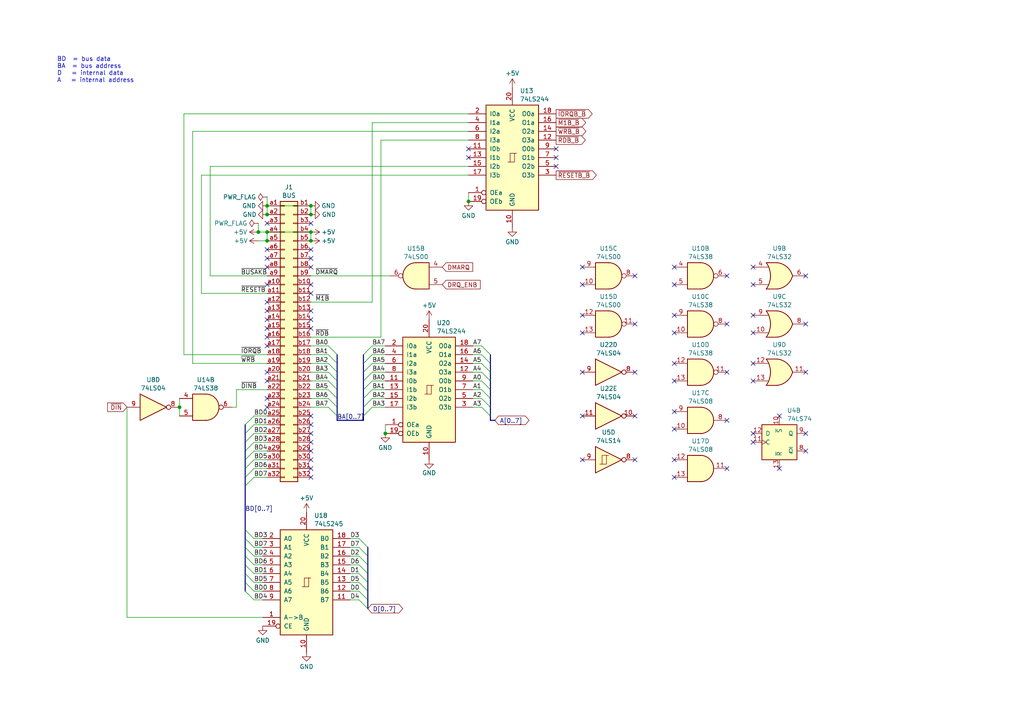
<source format=kicad_sch>
(kicad_sch (version 20230121) (generator eeschema)
  (paper "A4")
  (title_block (title "Iskra Delta Partner SASI Adapter 046 700 134") (date "2023-08-23") (rev "1") (company "Jernej Jakob <jernej.jakob@gmail.com>") (comment 1 "reverse engineered by hand"))
  (lib_symbols
    (symbol "74xx:74LS00" (pin_names (offset 1.016))
      (property "Reference" "U" (at 0 1.27 0))
      (property "Value" "74LS00" (at 0 -1.27 0))
      (symbol "74LS00_1_1"
        (pin input line (at -7.62 2.54 0) (length 3.81) (name "~") (number "1"))
        (pin input line (at -7.62 -2.54 0) (length 3.81) (name "~") (number "2"))
        (pin output inverted (at 7.62 0 180) (length 3.81) (name "~") (number "3"))
      )
      (symbol "74LS00_1_2"
        (pin input inverted (at -7.62 2.54 0) (length 4.318) (name "~") (number "1"))
        (pin input inverted (at -7.62 -2.54 0) (length 4.318) (name "~") (number "2"))
        (pin output line (at 7.62 0 180) (length 3.81) (name "~") (number "3"))
      )
      (symbol "74LS00_2_1"
        (pin input line (at -7.62 2.54 0) (length 3.81) (name "~") (number "4"))
        (pin input line (at -7.62 -2.54 0) (length 3.81) (name "~") (number "5"))
        (pin output inverted (at 7.62 0 180) (length 3.81) (name "~") (number "6"))
      )
      (symbol "74LS00_2_2"
        (pin input inverted (at -7.62 2.54 0) (length 4.318) (name "~") (number "4"))
        (pin input inverted (at -7.62 -2.54 0) (length 4.318) (name "~") (number "5"))
        (pin output line (at 7.62 0 180) (length 3.81) (name "~") (number "6"))
      )
      (symbol "74LS00_3_1"
        (pin input line (at -7.62 -2.54 0) (length 3.81) (name "~") (number "10"))
        (pin output inverted (at 7.62 0 180) (length 3.81) (name "~") (number "8"))
        (pin input line (at -7.62 2.54 0) (length 3.81) (name "~") (number "9"))
      )
      (symbol "74LS00_3_2"
        (pin input inverted (at -7.62 -2.54 0) (length 4.318) (name "~") (number "10"))
        (pin output line (at 7.62 0 180) (length 3.81) (name "~") (number "8"))
        (pin input inverted (at -7.62 2.54 0) (length 4.318) (name "~") (number "9"))
      )
      (symbol "74LS00_4_1"
        (pin output inverted (at 7.62 0 180) (length 3.81) (name "~") (number "11"))
        (pin input line (at -7.62 2.54 0) (length 3.81) (name "~") (number "12"))
        (pin input line (at -7.62 -2.54 0) (length 3.81) (name "~") (number "13"))
      )
      (symbol "74LS00_4_2"
        (pin output line (at 7.62 0 180) (length 3.81) (name "~") (number "11"))
        (pin input inverted (at -7.62 2.54 0) (length 4.318) (name "~") (number "12"))
        (pin input inverted (at -7.62 -2.54 0) (length 4.318) (name "~") (number "13"))
      )
      (symbol "74LS00_5_0"
        (pin power_in line (at 0 12.7 270) (length 5.08) (name "VCC") (number "14"))
        (pin power_in line (at 0 -12.7 90) (length 5.08) (name "GND") (number "7"))
      )
    )
    (symbol "74xx:74LS04"
      (property "Reference" "U" (at 0 1.27 0))
      (property "Value" "74LS04" (at 0 -1.27 0))
      (symbol "74LS04_1_0"
        (pin input line (at -7.62 0 0) (length 3.81) (name "~") (number "1"))
        (pin output inverted (at 7.62 0 180) (length 3.81) (name "~") (number "2"))
      )
      (symbol "74LS04_2_0"
        (pin input line (at -7.62 0 0) (length 3.81) (name "~") (number "3"))
        (pin output inverted (at 7.62 0 180) (length 3.81) (name "~") (number "4"))
      )
      (symbol "74LS04_3_0"
        (pin input line (at -7.62 0 0) (length 3.81) (name "~") (number "5"))
        (pin output inverted (at 7.62 0 180) (length 3.81) (name "~") (number "6"))
      )
      (symbol "74LS04_4_0"
        (pin output inverted (at 7.62 0 180) (length 3.81) (name "~") (number "8"))
        (pin input line (at -7.62 0 0) (length 3.81) (name "~") (number "9"))
      )
      (symbol "74LS04_5_0"
        (pin output inverted (at 7.62 0 180) (length 3.81) (name "~") (number "10"))
        (pin input line (at -7.62 0 0) (length 3.81) (name "~") (number "11"))
      )
      (symbol "74LS04_6_0"
        (pin output inverted (at 7.62 0 180) (length 3.81) (name "~") (number "12"))
        (pin input line (at -7.62 0 0) (length 3.81) (name "~") (number "13"))
      )
      (symbol "74LS04_7_0"
        (pin power_in line (at 0 12.7 270) (length 5.08) (name "VCC") (number "14"))
        (pin power_in line (at 0 -12.7 90) (length 5.08) (name "GND") (number "7"))
      )
    )
    (symbol "74xx:74LS08" (pin_names (offset 1.016))
      (property "Reference" "U" (at 0 1.27 0))
      (property "Value" "74LS08" (at 0 -1.27 0))
      (symbol "74LS08_1_1"
        (pin input line (at -7.62 2.54 0) (length 3.81) (name "~") (number "1"))
        (pin input line (at -7.62 -2.54 0) (length 3.81) (name "~") (number "2"))
        (pin output line (at 7.62 0 180) (length 3.81) (name "~") (number "3"))
      )
      (symbol "74LS08_1_2"
        (pin input inverted (at -7.62 2.54 0) (length 4.318) (name "~") (number "1"))
        (pin input inverted (at -7.62 -2.54 0) (length 4.318) (name "~") (number "2"))
        (pin output inverted (at 7.62 0 180) (length 3.81) (name "~") (number "3"))
      )
      (symbol "74LS08_2_1"
        (pin input line (at -7.62 2.54 0) (length 3.81) (name "~") (number "4"))
        (pin input line (at -7.62 -2.54 0) (length 3.81) (name "~") (number "5"))
        (pin output line (at 7.62 0 180) (length 3.81) (name "~") (number "6"))
      )
      (symbol "74LS08_2_2"
        (pin input inverted (at -7.62 2.54 0) (length 4.318) (name "~") (number "4"))
        (pin input inverted (at -7.62 -2.54 0) (length 4.318) (name "~") (number "5"))
        (pin output inverted (at 7.62 0 180) (length 3.81) (name "~") (number "6"))
      )
      (symbol "74LS08_3_1"
        (pin input line (at -7.62 -2.54 0) (length 3.81) (name "~") (number "10"))
        (pin output line (at 7.62 0 180) (length 3.81) (name "~") (number "8"))
        (pin input line (at -7.62 2.54 0) (length 3.81) (name "~") (number "9"))
      )
      (symbol "74LS08_3_2"
        (pin input inverted (at -7.62 -2.54 0) (length 4.318) (name "~") (number "10"))
        (pin output inverted (at 7.62 0 180) (length 3.81) (name "~") (number "8"))
        (pin input inverted (at -7.62 2.54 0) (length 4.318) (name "~") (number "9"))
      )
      (symbol "74LS08_4_1"
        (pin output line (at 7.62 0 180) (length 3.81) (name "~") (number "11"))
        (pin input line (at -7.62 2.54 0) (length 3.81) (name "~") (number "12"))
        (pin input line (at -7.62 -2.54 0) (length 3.81) (name "~") (number "13"))
      )
      (symbol "74LS08_4_2"
        (pin output inverted (at 7.62 0 180) (length 3.81) (name "~") (number "11"))
        (pin input inverted (at -7.62 2.54 0) (length 4.318) (name "~") (number "12"))
        (pin input inverted (at -7.62 -2.54 0) (length 4.318) (name "~") (number "13"))
      )
      (symbol "74LS08_5_0"
        (pin power_in line (at 0 12.7 270) (length 5.08) (name "VCC") (number "14"))
        (pin power_in line (at 0 -12.7 90) (length 5.08) (name "GND") (number "7"))
      )
    )
    (symbol "74xx:74LS14" (pin_names (offset 1.016))
      (property "Reference" "U" (at 0 1.27 0))
      (property "Value" "74LS14" (at 0 -1.27 0))
      (symbol "74LS14_1_0"
        (pin input line (at -7.62 0 0) (length 3.81) (name "~") (number "1"))
        (pin output inverted (at 7.62 0 180) (length 3.81) (name "~") (number "2"))
      )
      (symbol "74LS14_2_0"
        (pin input line (at -7.62 0 0) (length 3.81) (name "~") (number "3"))
        (pin output inverted (at 7.62 0 180) (length 3.81) (name "~") (number "4"))
      )
      (symbol "74LS14_3_0"
        (pin input line (at -7.62 0 0) (length 3.81) (name "~") (number "5"))
        (pin output inverted (at 7.62 0 180) (length 3.81) (name "~") (number "6"))
      )
      (symbol "74LS14_4_0"
        (pin output inverted (at 7.62 0 180) (length 3.81) (name "~") (number "8"))
        (pin input line (at -7.62 0 0) (length 3.81) (name "~") (number "9"))
      )
      (symbol "74LS14_5_0"
        (pin output inverted (at 7.62 0 180) (length 3.81) (name "~") (number "10"))
        (pin input line (at -7.62 0 0) (length 3.81) (name "~") (number "11"))
      )
      (symbol "74LS14_6_0"
        (pin output inverted (at 7.62 0 180) (length 3.81) (name "~") (number "12"))
        (pin input line (at -7.62 0 0) (length 3.81) (name "~") (number "13"))
      )
      (symbol "74LS14_7_0"
        (pin power_in line (at 0 12.7 270) (length 5.08) (name "VCC") (number "14"))
        (pin power_in line (at 0 -12.7 90) (length 5.08) (name "GND") (number "7"))
      )
    )
    (symbol "74xx:74LS244" (pin_names (offset 1.016))
      (property "Reference" "U" (at -7.62 16.51 0))
      (property "Value" "74LS244" (at -7.62 -16.51 0))
      (symbol "74LS244_1_0"
        (pin input inverted (at -12.7 -10.16 0) (length 5.08) (name "OEa") (number "1"))
        (pin power_in line (at 0 -20.32 90) (length 5.08) (name "GND") (number "10"))
        (pin input line (at -12.7 2.54 0) (length 5.08) (name "I0b") (number "11"))
        (pin tri_state line (at 12.7 5.08 180) (length 5.08) (name "O3a") (number "12"))
        (pin input line (at -12.7 0 0) (length 5.08) (name "I1b") (number "13"))
        (pin tri_state line (at 12.7 7.62 180) (length 5.08) (name "O2a") (number "14"))
        (pin input line (at -12.7 -2.54 0) (length 5.08) (name "I2b") (number "15"))
        (pin tri_state line (at 12.7 10.16 180) (length 5.08) (name "O1a") (number "16"))
        (pin input line (at -12.7 -5.08 0) (length 5.08) (name "I3b") (number "17"))
        (pin tri_state line (at 12.7 12.7 180) (length 5.08) (name "O0a") (number "18"))
        (pin input inverted (at -12.7 -12.7 0) (length 5.08) (name "OEb") (number "19"))
        (pin input line (at -12.7 12.7 0) (length 5.08) (name "I0a") (number "2"))
        (pin power_in line (at 0 20.32 270) (length 5.08) (name "VCC") (number "20"))
        (pin tri_state line (at 12.7 -5.08 180) (length 5.08) (name "O3b") (number "3"))
        (pin input line (at -12.7 10.16 0) (length 5.08) (name "I1a") (number "4"))
        (pin tri_state line (at 12.7 -2.54 180) (length 5.08) (name "O2b") (number "5"))
        (pin input line (at -12.7 7.62 0) (length 5.08) (name "I2a") (number "6"))
        (pin tri_state line (at 12.7 0 180) (length 5.08) (name "O1b") (number "7"))
        (pin input line (at -12.7 5.08 0) (length 5.08) (name "I3a") (number "8"))
        (pin tri_state line (at 12.7 2.54 180) (length 5.08) (name "O0b") (number "9"))
      )
    )
    (symbol "74xx:74LS245" (pin_names (offset 1.016))
      (property "Reference" "U" (at -7.62 16.51 0))
      (property "Value" "74LS245" (at -7.62 -16.51 0))
      (symbol "74LS245_1_0"
        (pin input line (at -12.7 -10.16 0) (length 5.08) (name "A->B") (number "1"))
        (pin power_in line (at 0 -20.32 90) (length 5.08) (name "GND") (number "10"))
        (pin tri_state line (at 12.7 -5.08 180) (length 5.08) (name "B7") (number "11"))
        (pin tri_state line (at 12.7 -2.54 180) (length 5.08) (name "B6") (number "12"))
        (pin tri_state line (at 12.7 0 180) (length 5.08) (name "B5") (number "13"))
        (pin tri_state line (at 12.7 2.54 180) (length 5.08) (name "B4") (number "14"))
        (pin tri_state line (at 12.7 5.08 180) (length 5.08) (name "B3") (number "15"))
        (pin tri_state line (at 12.7 7.62 180) (length 5.08) (name "B2") (number "16"))
        (pin tri_state line (at 12.7 10.16 180) (length 5.08) (name "B1") (number "17"))
        (pin tri_state line (at 12.7 12.7 180) (length 5.08) (name "B0") (number "18"))
        (pin input inverted (at -12.7 -12.7 0) (length 5.08) (name "CE") (number "19"))
        (pin tri_state line (at -12.7 12.7 0) (length 5.08) (name "A0") (number "2"))
        (pin power_in line (at 0 20.32 270) (length 5.08) (name "VCC") (number "20"))
        (pin tri_state line (at -12.7 10.16 0) (length 5.08) (name "A1") (number "3"))
        (pin tri_state line (at -12.7 7.62 0) (length 5.08) (name "A2") (number "4"))
        (pin tri_state line (at -12.7 5.08 0) (length 5.08) (name "A3") (number "5"))
        (pin tri_state line (at -12.7 2.54 0) (length 5.08) (name "A4") (number "6"))
        (pin tri_state line (at -12.7 0 0) (length 5.08) (name "A5") (number "7"))
        (pin tri_state line (at -12.7 -2.54 0) (length 5.08) (name "A6") (number "8"))
        (pin tri_state line (at -12.7 -5.08 0) (length 5.08) (name "A7") (number "9"))
      )
    )
    (symbol "74xx:74LS32" (pin_names (offset 1.016))
      (property "Reference" "U" (at 0 1.27 0))
      (property "Value" "74LS32" (at 0 -1.27 0))
      (symbol "74LS32_1_1"
        (pin input line (at -7.62 2.54 0) (length 4.318) (name "~") (number "1"))
        (pin input line (at -7.62 -2.54 0) (length 4.318) (name "~") (number "2"))
        (pin output line (at 7.62 0 180) (length 3.81) (name "~") (number "3"))
      )
      (symbol "74LS32_1_2"
        (pin input inverted (at -7.62 2.54 0) (length 3.81) (name "~") (number "1"))
        (pin input inverted (at -7.62 -2.54 0) (length 3.81) (name "~") (number "2"))
        (pin output inverted (at 7.62 0 180) (length 3.81) (name "~") (number "3"))
      )
      (symbol "74LS32_2_1"
        (pin input line (at -7.62 2.54 0) (length 4.318) (name "~") (number "4"))
        (pin input line (at -7.62 -2.54 0) (length 4.318) (name "~") (number "5"))
        (pin output line (at 7.62 0 180) (length 3.81) (name "~") (number "6"))
      )
      (symbol "74LS32_2_2"
        (pin input inverted (at -7.62 2.54 0) (length 3.81) (name "~") (number "4"))
        (pin input inverted (at -7.62 -2.54 0) (length 3.81) (name "~") (number "5"))
        (pin output inverted (at 7.62 0 180) (length 3.81) (name "~") (number "6"))
      )
      (symbol "74LS32_3_1"
        (pin input line (at -7.62 -2.54 0) (length 4.318) (name "~") (number "10"))
        (pin output line (at 7.62 0 180) (length 3.81) (name "~") (number "8"))
        (pin input line (at -7.62 2.54 0) (length 4.318) (name "~") (number "9"))
      )
      (symbol "74LS32_3_2"
        (pin input inverted (at -7.62 -2.54 0) (length 3.81) (name "~") (number "10"))
        (pin output inverted (at 7.62 0 180) (length 3.81) (name "~") (number "8"))
        (pin input inverted (at -7.62 2.54 0) (length 3.81) (name "~") (number "9"))
      )
      (symbol "74LS32_4_1"
        (pin output line (at 7.62 0 180) (length 3.81) (name "~") (number "11"))
        (pin input line (at -7.62 2.54 0) (length 4.318) (name "~") (number "12"))
        (pin input line (at -7.62 -2.54 0) (length 4.318) (name "~") (number "13"))
      )
      (symbol "74LS32_4_2"
        (pin output inverted (at 7.62 0 180) (length 3.81) (name "~") (number "11"))
        (pin input inverted (at -7.62 2.54 0) (length 3.81) (name "~") (number "12"))
        (pin input inverted (at -7.62 -2.54 0) (length 3.81) (name "~") (number "13"))
      )
      (symbol "74LS32_5_0"
        (pin power_in line (at 0 12.7 270) (length 5.08) (name "VCC") (number "14"))
        (pin power_in line (at 0 -12.7 90) (length 5.08) (name "GND") (number "7"))
      )
    )
    (symbol "74xx:74LS38" (pin_names (offset 1.016))
      (property "Reference" "U" (at 0 1.27 0))
      (property "Value" "74LS38" (at 0 -1.27 0))
      (symbol "74LS38_1_1"
        (pin input line (at -7.62 2.54 0) (length 3.81) (name "~") (number "1"))
        (pin input line (at -7.62 -2.54 0) (length 3.81) (name "~") (number "2"))
        (pin open_collector inverted (at 7.62 0 180) (length 3.81) (name "~") (number "3"))
      )
      (symbol "74LS38_1_2"
        (pin input inverted (at -7.62 2.54 0) (length 4.318) (name "~") (number "1"))
        (pin input inverted (at -7.62 -2.54 0) (length 4.318) (name "~") (number "2"))
        (pin open_collector line (at 7.62 0 180) (length 3.81) (name "~") (number "3"))
      )
      (symbol "74LS38_2_1"
        (pin input line (at -7.62 2.54 0) (length 3.81) (name "~") (number "4"))
        (pin input line (at -7.62 -2.54 0) (length 3.81) (name "~") (number "5"))
        (pin open_collector inverted (at 7.62 0 180) (length 3.81) (name "~") (number "6"))
      )
      (symbol "74LS38_2_2"
        (pin input inverted (at -7.62 2.54 0) (length 4.318) (name "~") (number "4"))
        (pin input inverted (at -7.62 -2.54 0) (length 4.318) (name "~") (number "5"))
        (pin open_collector line (at 7.62 0 180) (length 3.81) (name "~") (number "6"))
      )
      (symbol "74LS38_3_1"
        (pin input line (at -7.62 -2.54 0) (length 3.81) (name "~") (number "10"))
        (pin open_collector inverted (at 7.62 0 180) (length 3.81) (name "~") (number "8"))
        (pin input line (at -7.62 2.54 0) (length 3.81) (name "~") (number "9"))
      )
      (symbol "74LS38_3_2"
        (pin input inverted (at -7.62 -2.54 0) (length 4.318) (name "~") (number "10"))
        (pin open_collector line (at 7.62 0 180) (length 3.81) (name "~") (number "8"))
        (pin input inverted (at -7.62 2.54 0) (length 4.318) (name "~") (number "9"))
      )
      (symbol "74LS38_4_1"
        (pin open_collector inverted (at 7.62 0 180) (length 3.81) (name "~") (number "11"))
        (pin input line (at -7.62 2.54 0) (length 3.81) (name "~") (number "12"))
        (pin input line (at -7.62 -2.54 0) (length 3.81) (name "~") (number "13"))
      )
      (symbol "74LS38_4_2"
        (pin open_collector line (at 7.62 0 180) (length 3.81) (name "~") (number "11"))
        (pin input inverted (at -7.62 2.54 0) (length 4.318) (name "~") (number "12"))
        (pin input inverted (at -7.62 -2.54 0) (length 4.318) (name "~") (number "13"))
      )
      (symbol "74LS38_5_0"
        (pin power_in line (at 0 12.7 270) (length 5.08) (name "VCC") (number "14"))
        (pin power_in line (at 0 -12.7 90) (length 5.08) (name "GND") (number "7"))
      )
    )
    (symbol "74xx:74LS74" (pin_names (offset 1.016))
      (property "Reference" "U" (at -7.62 8.89 0))
      (property "Value" "74LS74" (at -7.62 -8.89 0))
      (symbol "74LS74_1_0"
        (pin input line (at 0 -7.62 90) (length 2.54) (name "~{R}") (number "1"))
        (pin input line (at -7.62 2.54 0) (length 2.54) (name "D") (number "2"))
        (pin input clock (at -7.62 0 0) (length 2.54) (name "C") (number "3"))
        (pin input line (at 0 7.62 270) (length 2.54) (name "~{S}") (number "4"))
        (pin output line (at 7.62 2.54 180) (length 2.54) (name "Q") (number "5"))
        (pin output line (at 7.62 -2.54 180) (length 2.54) (name "~{Q}") (number "6"))
      )
      (symbol "74LS74_2_0"
        (pin input line (at 0 7.62 270) (length 2.54) (name "~{S}") (number "10"))
        (pin input clock (at -7.62 0 0) (length 2.54) (name "C") (number "11"))
        (pin input line (at -7.62 2.54 0) (length 2.54) (name "D") (number "12"))
        (pin input line (at 0 -7.62 90) (length 2.54) (name "~{R}") (number "13"))
        (pin output line (at 7.62 -2.54 180) (length 2.54) (name "~{Q}") (number "8"))
        (pin output line (at 7.62 2.54 180) (length 2.54) (name "Q") (number "9"))
      )
      (symbol "74LS74_3_0"
        (pin power_in line (at 0 10.16 270) (length 2.54) (name "VCC") (number "14"))
        (pin power_in line (at 0 -10.16 90) (length 2.54) (name "GND") (number "7"))
      )
    )
    (symbol "Connector_Generic:Conn_02x32_Row_Letter_First" (pin_names (offset 1.016) hide)
      (property "Reference" "J" (at 1.27 40.64 0))
      (property "Value" "Conn_02x32_Row_Letter_First" (at 1.27 -43.18 0))
      (symbol "Conn_02x32_Row_Letter_First_1_1"
        (pin passive line (at -5.08 38.1 0) (length 3.81) (name "Pin_a1") (number "a1"))
        (pin passive line (at -5.08 15.24 0) (length 3.81) (name "Pin_a10") (number "a10"))
        (pin passive line (at -5.08 12.7 0) (length 3.81) (name "Pin_a11") (number "a11"))
        (pin passive line (at -5.08 10.16 0) (length 3.81) (name "Pin_a12") (number "a12"))
        (pin passive line (at -5.08 7.62 0) (length 3.81) (name "Pin_a13") (number "a13"))
        (pin passive line (at -5.08 5.08 0) (length 3.81) (name "Pin_a14") (number "a14"))
        (pin passive line (at -5.08 2.54 0) (length 3.81) (name "Pin_a15") (number "a15"))
        (pin passive line (at -5.08 0 0) (length 3.81) (name "Pin_a16") (number "a16"))
        (pin passive line (at -5.08 -2.54 0) (length 3.81) (name "Pin_a17") (number "a17"))
        (pin passive line (at -5.08 -5.08 0) (length 3.81) (name "Pin_a18") (number "a18"))
        (pin passive line (at -5.08 -7.62 0) (length 3.81) (name "Pin_a19") (number "a19"))
        (pin passive line (at -5.08 35.56 0) (length 3.81) (name "Pin_a2") (number "a2"))
        (pin passive line (at -5.08 -10.16 0) (length 3.81) (name "Pin_a20") (number "a20"))
        (pin passive line (at -5.08 -12.7 0) (length 3.81) (name "Pin_a21") (number "a21"))
        (pin passive line (at -5.08 -15.24 0) (length 3.81) (name "Pin_a22") (number "a22"))
        (pin passive line (at -5.08 -17.78 0) (length 3.81) (name "Pin_a23") (number "a23"))
        (pin passive line (at -5.08 -20.32 0) (length 3.81) (name "Pin_a24") (number "a24"))
        (pin passive line (at -5.08 -22.86 0) (length 3.81) (name "Pin_a25") (number "a25"))
        (pin passive line (at -5.08 -25.4 0) (length 3.81) (name "Pin_a26") (number "a26"))
        (pin passive line (at -5.08 -27.94 0) (length 3.81) (name "Pin_a27") (number "a27"))
        (pin passive line (at -5.08 -30.48 0) (length 3.81) (name "Pin_a28") (number "a28"))
        (pin passive line (at -5.08 -33.02 0) (length 3.81) (name "Pin_a29") (number "a29"))
        (pin passive line (at -5.08 33.02 0) (length 3.81) (name "Pin_a3") (number "a3"))
        (pin passive line (at -5.08 -35.56 0) (length 3.81) (name "Pin_a30") (number "a30"))
        (pin passive line (at -5.08 -38.1 0) (length 3.81) (name "Pin_a31") (number "a31"))
        (pin passive line (at -5.08 -40.64 0) (length 3.81) (name "Pin_a32") (number "a32"))
        (pin passive line (at -5.08 30.48 0) (length 3.81) (name "Pin_a4") (number "a4"))
        (pin passive line (at -5.08 27.94 0) (length 3.81) (name "Pin_a5") (number "a5"))
        (pin passive line (at -5.08 25.4 0) (length 3.81) (name "Pin_a6") (number "a6"))
        (pin passive line (at -5.08 22.86 0) (length 3.81) (name "Pin_a7") (number "a7"))
        (pin passive line (at -5.08 20.32 0) (length 3.81) (name "Pin_a8") (number "a8"))
        (pin passive line (at -5.08 17.78 0) (length 3.81) (name "Pin_a9") (number "a9"))
        (pin passive line (at 7.62 38.1 180) (length 3.81) (name "Pin_b1") (number "b1"))
        (pin passive line (at 7.62 15.24 180) (length 3.81) (name "Pin_b10") (number "b10"))
        (pin passive line (at 7.62 12.7 180) (length 3.81) (name "Pin_b11") (number "b11"))
        (pin passive line (at 7.62 10.16 180) (length 3.81) (name "Pin_b12") (number "b12"))
        (pin passive line (at 7.62 7.62 180) (length 3.81) (name "Pin_b13") (number "b13"))
        (pin passive line (at 7.62 5.08 180) (length 3.81) (name "Pin_b14") (number "b14"))
        (pin passive line (at 7.62 2.54 180) (length 3.81) (name "Pin_b15") (number "b15"))
        (pin passive line (at 7.62 0 180) (length 3.81) (name "Pin_b16") (number "b16"))
        (pin passive line (at 7.62 -2.54 180) (length 3.81) (name "Pin_b17") (number "b17"))
        (pin passive line (at 7.62 -5.08 180) (length 3.81) (name "Pin_b18") (number "b18"))
        (pin passive line (at 7.62 -7.62 180) (length 3.81) (name "Pin_b19") (number "b19"))
        (pin passive line (at 7.62 35.56 180) (length 3.81) (name "Pin_b2") (number "b2"))
        (pin passive line (at 7.62 -10.16 180) (length 3.81) (name "Pin_b20") (number "b20"))
        (pin passive line (at 7.62 -12.7 180) (length 3.81) (name "Pin_b21") (number "b21"))
        (pin passive line (at 7.62 -15.24 180) (length 3.81) (name "Pin_b22") (number "b22"))
        (pin passive line (at 7.62 -17.78 180) (length 3.81) (name "Pin_b23") (number "b23"))
        (pin passive line (at 7.62 -20.32 180) (length 3.81) (name "Pin_b24") (number "b24"))
        (pin passive line (at 7.62 -22.86 180) (length 3.81) (name "Pin_b25") (number "b25"))
        (pin passive line (at 7.62 -25.4 180) (length 3.81) (name "Pin_b26") (number "b26"))
        (pin passive line (at 7.62 -27.94 180) (length 3.81) (name "Pin_b27") (number "b27"))
        (pin passive line (at 7.62 -30.48 180) (length 3.81) (name "Pin_b28") (number "b28"))
        (pin passive line (at 7.62 -33.02 180) (length 3.81) (name "Pin_b29") (number "b29"))
        (pin passive line (at 7.62 33.02 180) (length 3.81) (name "Pin_b3") (number "b3"))
        (pin passive line (at 7.62 -35.56 180) (length 3.81) (name "Pin_b30") (number "b30"))
        (pin passive line (at 7.62 -38.1 180) (length 3.81) (name "Pin_b31") (number "b31"))
        (pin passive line (at 7.62 -40.64 180) (length 3.81) (name "Pin_b32") (number "b32"))
        (pin passive line (at 7.62 30.48 180) (length 3.81) (name "Pin_b4") (number "b4"))
        (pin passive line (at 7.62 27.94 180) (length 3.81) (name "Pin_b5") (number "b5"))
        (pin passive line (at 7.62 25.4 180) (length 3.81) (name "Pin_b6") (number "b6"))
        (pin passive line (at 7.62 22.86 180) (length 3.81) (name "Pin_b7") (number "b7"))
        (pin passive line (at 7.62 20.32 180) (length 3.81) (name "Pin_b8") (number "b8"))
        (pin passive line (at 7.62 17.78 180) (length 3.81) (name "Pin_b9") (number "b9"))
      )
    )
    (symbol "power:+5V" (power) (pin_names (offset 0))
      (property "Value" "+5V" (at 0 3.556 0))
      (symbol "+5V_1_1"
        (pin power_in line (at 0 0 90) (length 0) hide (name "+5V") (number "1"))
      )
    )
    (symbol "power:GND" (power) (pin_names (offset 0))
      (property "Value" "GND" (at 0 -3.81 0))
      (symbol "GND_1_1"
        (pin power_in line (at 0 0 270) (length 0) hide (name "GND") (number "1"))
      )
    )
    (symbol "power:PWR_FLAG" (power) (pin_numbers hide) (pin_names (offset 0) hide)
      (property "Value" "PWR_FLAG" (at 0 3.81 0))
      (symbol "PWR_FLAG_0_0"
        (pin power_out line (at 0 0 90) (length 0) (name "pwr") (number "1"))
      )
    )
  )
  (junction (at 77.47 67.31))
  (junction (at 74.93 67.31))
  (junction (at 90.17 62.23))
  (junction (at 77.47 62.23))
  (junction (at 90.17 67.31))
  (junction (at 77.47 59.69))
  (junction (at 135.89 58.42))
  (junction (at 90.17 69.85))
  (junction (at 90.17 59.69))
  (junction (at 77.47 69.85))
  (junction (at 111.76 125.73))
  (junction (at 52.07 118.11))
  (no_connect (at 218.44 125.73))
  (no_connect (at 161.29 45.72))
  (no_connect (at 195.58 138.43))
  (no_connect (at 168.91 96.52))
  (no_connect (at 210.82 80.01))
  (no_connect (at 77.47 110.49))
  (no_connect (at 77.47 97.79))
  (no_connect (at 90.17 130.81))
  (no_connect (at 218.44 91.44))
  (no_connect (at 77.47 100.33))
  (no_connect (at 226.06 120.65))
  (no_connect (at 77.47 82.55))
  (no_connect (at 90.17 85.09))
  (no_connect (at 218.44 110.49))
  (no_connect (at 195.58 96.52))
  (no_connect (at 233.68 125.73))
  (no_connect (at 168.91 91.44))
  (no_connect (at 210.82 135.89))
  (no_connect (at 90.17 90.17))
  (no_connect (at 90.17 95.25))
  (no_connect (at 77.47 72.39))
  (no_connect (at 90.17 120.65))
  (no_connect (at 168.91 82.55))
  (no_connect (at 168.91 77.47))
  (no_connect (at 77.47 64.77))
  (no_connect (at 90.17 92.71))
  (no_connect (at 77.47 118.11))
  (no_connect (at 161.29 48.26))
  (no_connect (at 90.17 74.93))
  (no_connect (at 77.47 107.95))
  (no_connect (at 210.82 107.95))
  (no_connect (at 161.29 43.18))
  (no_connect (at 210.82 93.98))
  (no_connect (at 218.44 105.41))
  (no_connect (at 195.58 119.38))
  (no_connect (at 77.47 95.25))
  (no_connect (at 195.58 133.35))
  (no_connect (at 90.17 72.39))
  (no_connect (at 195.58 82.55))
  (no_connect (at 135.89 43.18))
  (no_connect (at 233.68 107.95))
  (no_connect (at 195.58 91.44))
  (no_connect (at 218.44 96.52))
  (no_connect (at 135.89 45.72))
  (no_connect (at 90.17 123.19))
  (no_connect (at 90.17 133.35))
  (no_connect (at 195.58 105.41))
  (no_connect (at 90.17 64.77))
  (no_connect (at 90.17 82.55))
  (no_connect (at 210.82 121.92))
  (no_connect (at 90.17 125.73))
  (no_connect (at 184.15 107.95))
  (no_connect (at 184.15 80.01))
  (no_connect (at 233.68 130.81))
  (no_connect (at 233.68 93.98))
  (no_connect (at 184.15 93.98))
  (no_connect (at 168.91 120.65))
  (no_connect (at 218.44 82.55))
  (no_connect (at 184.15 120.65))
  (no_connect (at 90.17 77.47))
  (no_connect (at 233.68 80.01))
  (no_connect (at 90.17 128.27))
  (no_connect (at 195.58 77.47))
  (no_connect (at 226.06 135.89))
  (no_connect (at 168.91 133.35))
  (no_connect (at 77.47 92.71))
  (no_connect (at 77.47 77.47))
  (no_connect (at 195.58 110.49))
  (no_connect (at 90.17 138.43))
  (no_connect (at 77.47 90.17))
  (no_connect (at 195.58 124.46))
  (no_connect (at 77.47 115.57))
  (no_connect (at 218.44 128.27))
  (no_connect (at 184.15 133.35))
  (no_connect (at 77.47 74.93))
  (no_connect (at 218.44 77.47))
  (no_connect (at 77.47 87.63))
  (no_connect (at 90.17 135.89))
  (no_connect (at 168.91 107.95))
  (bus_entry (at 139.7 100.33) (size 2.54 2.54))
  (bus_entry (at 104.14 161.29) (size 2.54 2.54))
  (bus_entry (at 104.14 156.21) (size 2.54 2.54))
  (bus_entry (at 107.95 100.33) (size -2.54 2.54))
  (bus_entry (at 107.95 105.41) (size -2.54 2.54))
  (bus_entry (at 95.25 115.57) (size 2.54 2.54))
  (bus_entry (at 104.14 166.37) (size 2.54 2.54))
  (bus_entry (at 95.25 102.87) (size 2.54 2.54))
  (bus_entry (at 71.12 161.29) (size 2.54 2.54))
  (bus_entry (at 107.95 113.03) (size -2.54 2.54))
  (bus_entry (at 139.7 118.11) (size 2.54 2.54))
  (bus_entry (at 95.25 107.95) (size 2.54 2.54))
  (bus_entry (at 73.66 130.81) (size -2.54 2.54))
  (bus_entry (at 73.66 123.19) (size -2.54 2.54))
  (bus_entry (at 104.14 163.83) (size 2.54 2.54))
  (bus_entry (at 107.95 107.95) (size -2.54 2.54))
  (bus_entry (at 71.12 153.67) (size 2.54 2.54))
  (bus_entry (at 107.95 115.57) (size -2.54 2.54))
  (bus_entry (at 104.14 171.45) (size 2.54 2.54))
  (bus_entry (at 71.12 166.37) (size 2.54 2.54))
  (bus_entry (at 139.7 105.41) (size 2.54 2.54))
  (bus_entry (at 107.95 118.11) (size -2.54 2.54))
  (bus_entry (at 139.7 113.03) (size 2.54 2.54))
  (bus_entry (at 73.66 120.65) (size -2.54 2.54))
  (bus_entry (at 95.25 118.11) (size 2.54 2.54))
  (bus_entry (at 73.66 133.35) (size -2.54 2.54))
  (bus_entry (at 73.66 138.43) (size -2.54 2.54))
  (bus_entry (at 95.25 113.03) (size 2.54 2.54))
  (bus_entry (at 139.7 107.95) (size 2.54 2.54))
  (bus_entry (at 73.66 135.89) (size -2.54 2.54))
  (bus_entry (at 73.66 128.27) (size -2.54 2.54))
  (bus_entry (at 71.12 171.45) (size 2.54 2.54))
  (bus_entry (at 139.7 110.49) (size 2.54 2.54))
  (bus_entry (at 71.12 156.21) (size 2.54 2.54))
  (bus_entry (at 107.95 110.49) (size -2.54 2.54))
  (bus_entry (at 139.7 115.57) (size 2.54 2.54))
  (bus_entry (at 95.25 100.33) (size 2.54 2.54))
  (bus_entry (at 71.12 158.75) (size 2.54 2.54))
  (bus_entry (at 71.12 163.83) (size 2.54 2.54))
  (bus_entry (at 73.66 125.73) (size -2.54 2.54))
  (bus_entry (at 95.25 110.49) (size 2.54 2.54))
  (bus_entry (at 107.95 102.87) (size -2.54 2.54))
  (bus_entry (at 104.14 168.91) (size 2.54 2.54))
  (bus_entry (at 104.14 173.99) (size 2.54 2.54))
  (bus_entry (at 95.25 105.41) (size 2.54 2.54))
  (bus_entry (at 71.12 168.91) (size 2.54 2.54))
  (bus_entry (at 139.7 102.87) (size 2.54 2.54))
  (bus_entry (at 104.14 158.75) (size 2.54 2.54))
  (wire (pts (xy 77.47 67.31) (xy 90.17 67.31)))
  (wire (pts (xy 58.42 50.8) (xy 58.42 85.09)))
  (wire (pts (xy 90.17 118.11) (xy 95.25 118.11)))
  (bus (pts (xy 105.41 102.87) (xy 105.41 105.41)))
  (wire (pts (xy 60.96 48.26) (xy 135.89 48.26)))
  (wire (pts (xy 137.16 118.11) (xy 139.7 118.11)))
  (wire (pts (xy 73.66 135.89) (xy 77.47 135.89)))
  (wire (pts (xy 52.07 115.57) (xy 52.07 118.11)))
  (wire (pts (xy 77.47 80.01) (xy 60.96 80.01)))
  (bus (pts (xy 142.24 107.95) (xy 142.24 110.49)))
  (wire (pts (xy 110.49 40.64) (xy 135.89 40.64)))
  (wire (pts (xy 52.07 118.11) (xy 52.07 120.65)))
  (bus (pts (xy 97.79 107.95) (xy 97.79 110.49)))
  (wire (pts (xy 53.34 33.02) (xy 135.89 33.02)))
  (bus (pts (xy 71.12 128.27) (xy 71.12 130.81)))
  (bus (pts (xy 97.79 120.65) (xy 97.79 121.92)))
  (wire (pts (xy 68.58 113.03) (xy 77.47 113.03)))
  (wire (pts (xy 137.16 113.03) (xy 139.7 113.03)))
  (wire (pts (xy 101.6 158.75) (xy 104.14 158.75)))
  (wire (pts (xy 74.93 69.85) (xy 77.47 69.85)))
  (wire (pts (xy 73.66 168.91) (xy 76.2 168.91)))
  (wire (pts (xy 101.6 163.83) (xy 104.14 163.83)))
  (wire (pts (xy 101.6 168.91) (xy 104.14 168.91)))
  (wire (pts (xy 107.95 113.03) (xy 111.76 113.03)))
  (wire (pts (xy 55.88 105.41) (xy 55.88 38.1)))
  (bus (pts (xy 71.12 140.97) (xy 71.12 153.67)))
  (wire (pts (xy 107.95 105.41) (xy 111.76 105.41)))
  (wire (pts (xy 73.66 138.43) (xy 77.47 138.43)))
  (wire (pts (xy 107.95 100.33) (xy 111.76 100.33)))
  (wire (pts (xy 137.16 102.87) (xy 139.7 102.87)))
  (wire (pts (xy 74.93 64.77) (xy 74.93 67.31)))
  (wire (pts (xy 137.16 115.57) (xy 139.7 115.57)))
  (bus (pts (xy 105.41 113.03) (xy 105.41 115.57)))
  (wire (pts (xy 101.6 161.29) (xy 104.14 161.29)))
  (bus (pts (xy 71.12 161.29) (xy 71.12 163.83)))
  (wire (pts (xy 60.96 80.01) (xy 60.96 48.26)))
  (wire (pts (xy 67.31 118.11) (xy 68.58 118.11)))
  (wire (pts (xy 107.95 115.57) (xy 111.76 115.57)))
  (bus (pts (xy 97.79 118.11) (xy 97.79 120.65)))
  (wire (pts (xy 74.93 67.31) (xy 77.47 67.31)))
  (bus (pts (xy 106.68 168.91) (xy 106.68 171.45)))
  (wire (pts (xy 73.66 158.75) (xy 76.2 158.75)))
  (wire (pts (xy 90.17 107.95) (xy 95.25 107.95)))
  (wire (pts (xy 101.6 156.21) (xy 104.14 156.21)))
  (wire (pts (xy 137.16 107.95) (xy 139.7 107.95)))
  (wire (pts (xy 137.16 110.49) (xy 139.7 110.49)))
  (wire (pts (xy 77.47 105.41) (xy 55.88 105.41)))
  (wire (pts (xy 90.17 105.41) (xy 95.25 105.41)))
  (bus (pts (xy 142.24 102.87) (xy 142.24 105.41)))
  (bus (pts (xy 105.41 118.11) (xy 105.41 120.65)))
  (bus (pts (xy 142.24 110.49) (xy 142.24 113.03)))
  (bus (pts (xy 142.24 115.57) (xy 142.24 118.11)))
  (wire (pts (xy 137.16 100.33) (xy 139.7 100.33)))
  (wire (pts (xy 53.34 102.87) (xy 53.34 33.02)))
  (bus (pts (xy 71.12 138.43) (xy 71.12 140.97)))
  (bus (pts (xy 71.12 125.73) (xy 71.12 128.27)))
  (wire (pts (xy 107.95 118.11) (xy 111.76 118.11)))
  (wire (pts (xy 90.17 87.63) (xy 107.95 87.63)))
  (bus (pts (xy 71.12 123.19) (xy 71.12 125.73)))
  (wire (pts (xy 101.6 173.99) (xy 104.14 173.99)))
  (bus (pts (xy 97.79 102.87) (xy 97.79 105.41)))
  (wire (pts (xy 110.49 97.79) (xy 110.49 40.64)))
  (wire (pts (xy 90.17 67.31) (xy 90.17 69.85)))
  (bus (pts (xy 142.24 118.11) (xy 142.24 120.65)))
  (wire (pts (xy 90.17 102.87) (xy 95.25 102.87)))
  (wire (pts (xy 107.95 35.56) (xy 135.89 35.56)))
  (wire (pts (xy 77.47 59.69) (xy 77.47 62.23)))
  (wire (pts (xy 73.66 156.21) (xy 76.2 156.21)))
  (wire (pts (xy 107.95 107.95) (xy 111.76 107.95)))
  (wire (pts (xy 36.83 118.11) (xy 36.83 179.07)))
  (bus (pts (xy 71.12 153.67) (xy 71.12 156.21)))
  (bus (pts (xy 71.12 166.37) (xy 71.12 168.91)))
  (bus (pts (xy 105.41 107.95) (xy 105.41 110.49)))
  (bus (pts (xy 105.41 105.41) (xy 105.41 107.95)))
  (wire (pts (xy 77.47 102.87) (xy 53.34 102.87)))
  (wire (pts (xy 90.17 80.01) (xy 113.03 80.01)))
  (wire (pts (xy 73.66 163.83) (xy 76.2 163.83)))
  (wire (pts (xy 135.89 50.8) (xy 58.42 50.8)))
  (bus (pts (xy 71.12 168.91) (xy 71.12 171.45)))
  (wire (pts (xy 107.95 110.49) (xy 111.76 110.49)))
  (wire (pts (xy 73.66 171.45) (xy 76.2 171.45)))
  (bus (pts (xy 142.24 121.92) (xy 143.51 121.92)))
  (wire (pts (xy 73.66 173.99) (xy 76.2 173.99)))
  (wire (pts (xy 73.66 125.73) (xy 77.47 125.73)))
  (wire (pts (xy 73.66 133.35) (xy 77.47 133.35)))
  (bus (pts (xy 106.68 161.29) (xy 106.68 163.83)))
  (wire (pts (xy 73.66 128.27) (xy 77.47 128.27)))
  (wire (pts (xy 68.58 118.11) (xy 68.58 113.03)))
  (wire (pts (xy 90.17 100.33) (xy 95.25 100.33)))
  (wire (pts (xy 77.47 57.15) (xy 77.47 59.69)))
  (bus (pts (xy 97.79 105.41) (xy 97.79 107.95)))
  (bus (pts (xy 71.12 130.81) (xy 71.12 133.35)))
  (wire (pts (xy 73.66 166.37) (xy 76.2 166.37)))
  (bus (pts (xy 142.24 120.65) (xy 142.24 121.92)))
  (bus (pts (xy 97.79 115.57) (xy 97.79 118.11)))
  (bus (pts (xy 105.41 121.92) (xy 105.41 120.65)))
  (wire (pts (xy 36.83 179.07) (xy 76.2 179.07)))
  (wire (pts (xy 58.42 85.09) (xy 77.47 85.09)))
  (wire (pts (xy 90.17 113.03) (xy 95.25 113.03)))
  (wire (pts (xy 55.88 38.1) (xy 135.89 38.1)))
  (wire (pts (xy 101.6 166.37) (xy 104.14 166.37)))
  (wire (pts (xy 73.66 123.19) (xy 77.47 123.19)))
  (wire (pts (xy 73.66 161.29) (xy 76.2 161.29)))
  (bus (pts (xy 71.12 135.89) (xy 71.12 138.43)))
  (bus (pts (xy 105.41 115.57) (xy 105.41 118.11)))
  (bus (pts (xy 142.24 105.41) (xy 142.24 107.95)))
  (bus (pts (xy 106.68 158.75) (xy 106.68 161.29)))
  (bus (pts (xy 97.79 110.49) (xy 97.79 113.03)))
  (wire (pts (xy 77.47 67.31) (xy 77.47 69.85)))
  (bus (pts (xy 106.68 171.45) (xy 106.68 173.99)))
  (bus (pts (xy 71.12 156.21) (xy 71.12 158.75)))
  (wire (pts (xy 73.66 130.81) (xy 77.47 130.81)))
  (wire (pts (xy 101.6 171.45) (xy 104.14 171.45)))
  (bus (pts (xy 106.68 166.37) (xy 106.68 168.91)))
  (wire (pts (xy 107.95 102.87) (xy 111.76 102.87)))
  (bus (pts (xy 97.79 121.92) (xy 105.41 121.92)))
  (bus (pts (xy 105.41 110.49) (xy 105.41 113.03)))
  (bus (pts (xy 142.24 113.03) (xy 142.24 115.57)))
  (wire (pts (xy 90.17 115.57) (xy 95.25 115.57)))
  (bus (pts (xy 71.12 163.83) (xy 71.12 166.37)))
  (wire (pts (xy 90.17 97.79) (xy 110.49 97.79)))
  (wire (pts (xy 137.16 105.41) (xy 139.7 105.41)))
  (wire (pts (xy 135.89 55.88) (xy 135.89 58.42)))
  (wire (pts (xy 77.47 59.69) (xy 90.17 59.69)))
  (bus (pts (xy 71.12 158.75) (xy 71.12 161.29)))
  (wire (pts (xy 90.17 59.69) (xy 90.17 62.23)))
  (bus (pts (xy 106.68 173.99) (xy 106.68 176.53)))
  (wire (pts (xy 73.66 120.65) (xy 77.47 120.65)))
  (wire (pts (xy 107.95 87.63) (xy 107.95 35.56)))
  (wire (pts (xy 111.76 123.19) (xy 111.76 125.73)))
  (bus (pts (xy 71.12 133.35) (xy 71.12 135.89)))
  (wire (pts (xy 90.17 110.49) (xy 95.25 110.49)))
  (bus (pts (xy 97.79 113.03) (xy 97.79 115.57)))
  (bus (pts (xy 106.68 163.83) (xy 106.68 166.37)))
  (text "BD  = bus data\nBA  = bus address\nD   = internal data\nA   = internal address" (at 16.51 24.13 0) (effects (font (size 1.27 1.27)) (justify left bottom)))
  (label "BA2" (at 107.95 115.57 0))
  (label "BA6" (at 91.44 115.57 0))
  (label "A7" (at 137.16 100.33 0))
  (label "BD[0..7]" (at 71.12 148.59 0))
  (label "BA4" (at 91.44 110.49 0))
  (label "BD1" (at 73.66 123.19 0))
  (label "~{DINB}" (at 69.85 113.03 0))
  (label "~{M1B}" (at 91.44 87.63 0))
  (label "BD3" (at 73.66 128.27 0))
  (label "BD4" (at 73.66 130.81 0))
  (label "~{RDB}" (at 91.44 97.79 0))
  (label "BD6" (at 73.66 163.83 0))
  (label "BA3" (at 91.44 107.95 0))
  (label "A1" (at 137.16 113.03 0))
  (label "BA5" (at 91.44 113.03 0))
  (label "BA[0..7]" (at 97.79 121.92 0))
  (label "A3" (at 137.16 118.11 0))
  (label "BD7" (at 73.66 158.75 0))
  (label "BA0" (at 107.95 110.49 0))
  (label "A4" (at 137.16 107.95 0))
  (label "BA0" (at 91.44 100.33 0))
  (label "BD2" (at 73.66 125.73 0))
  (label "D7" (at 101.6 158.75 0))
  (label "BD0" (at 73.66 171.45 0))
  (label "BA7" (at 91.44 118.11 0))
  (label "D2" (at 101.6 161.29 0))
  (label "BD0" (at 73.66 120.65 0))
  (label "BD2" (at 73.66 161.29 0))
  (label "BA4" (at 107.95 107.95 0))
  (label "BD5" (at 73.66 168.91 0))
  (label "~{RESETB}" (at 69.85 85.09 0))
  (label "BD7" (at 73.66 138.43 0))
  (label "A6" (at 137.16 102.87 0))
  (label "BD3" (at 73.66 156.21 0))
  (label "BA1" (at 91.44 102.87 0))
  (label "BD1" (at 73.66 166.37 0))
  (label "~{IORQB}" (at 69.85 102.87 0))
  (label "BA6" (at 107.95 102.87 0))
  (label "BA7" (at 107.95 100.33 0))
  (label "BA5" (at 107.95 105.41 0))
  (label "BD6" (at 73.66 135.89 0))
  (label "BA3" (at 107.95 118.11 0))
  (label "BA1" (at 107.95 113.03 0))
  (label "~{WRB}" (at 69.85 105.41 0))
  (label "~{DMARQ}" (at 91.44 80.01 0))
  (label "A2" (at 137.16 115.57 0))
  (label "D4" (at 101.6 173.99 0))
  (label "A0" (at 137.16 110.49 0))
  (label "BD4" (at 73.66 173.99 0))
  (label "D0" (at 101.6 171.45 0))
  (label "~{BUSAKB}" (at 69.85 80.01 0))
  (label "D5" (at 101.6 168.91 0))
  (label "A5" (at 137.16 105.41 0))
  (label "D3" (at 101.6 156.21 0))
  (label "BA2" (at 91.44 105.41 0))
  (label "D6" (at 101.6 163.83 0))
  (label "D1" (at 101.6 166.37 0))
  (label "BD5" (at 73.66 133.35 0))
  (global_label "~{DIN}" (shape input) (at 36.83 118.11 180) (property "Intersheetrefs" "${INTERSHEET_REFS}" (effects hide)))
  (global_label "~{WRB_B}" (shape output) (at 161.29 38.1 0) (property "Intersheetrefs" "${INTERSHEET_REFS}" (effects hide)))
  (global_label "A[0..7]" (shape tri_state) (at 143.51 121.92 0) (property "Intersheetrefs" "${INTERSHEET_REFS}" (effects hide)))
  (global_label "~{RDB_B}" (shape output) (at 161.29 40.64 0) (property "Intersheetrefs" "${INTERSHEET_REFS}" (effects hide)))
  (global_label "~{RESETB_B}" (shape output) (at 161.29 50.8 0) (property "Intersheetrefs" "${INTERSHEET_REFS}" (effects hide)))
  (global_label "DRQ_ENB" (shape input) (at 128.27 82.55 0) (property "Intersheetrefs" "${INTERSHEET_REFS}" (effects hide)))
  (global_label "~{IORQB_B}" (shape output) (at 161.29 33.02 0) (property "Intersheetrefs" "${INTERSHEET_REFS}" (effects hide)))
  (global_label "~{M1B_B}" (shape output) (at 161.29 35.56 0) (property "Intersheetrefs" "${INTERSHEET_REFS}" (effects hide)))
  (global_label "D[0..7]" (shape tri_state) (at 106.68 176.53 0) (property "Intersheetrefs" "${INTERSHEET_REFS}" (effects hide)))
  (global_label "DMARQ" (shape input) (at 128.27 77.47 0) (property "Intersheetrefs" "${INTERSHEET_REFS}" (effects hide)))
  (symbol (lib_id "power:GND") (at 111.76 125.73 0) (unit 1)
    (property "Reference" "#PWR019" (effects hide))
    (property "Value" "GND" (at 111.76 129.8631 0))
  )
  (symbol (lib_id "power:GND") (at 135.89 58.42 0) (unit 1)
    (property "Reference" "#PWR034" (effects hide))
    (property "Value" "GND" (at 135.89 62.5531 0))
    (instances (project "SASI_AD" (path "" (reference "#PWR034") (unit 1)) (path "" (reference "#PWR032") (unit 1))))
  )
  (symbol (lib_id "power:GND") (at 77.47 62.23 270) (unit 1)
    (property "Reference" "#PWR0102" (effects hide))
    (property "Value" "GND" (at 72.39 62.23 90))
  )
  (symbol (lib_id "power:GND") (at 90.17 62.23 90) (unit 1)
    (property "Reference" "#PWR02" (effects hide))
    (property "Value" "GND" (at 93.345 62.23 90) (effects (justify right)))
  )
  (symbol (lib_id "74xx:74LS244") (at 124.46 113.03 0) (unit 1)
    (property "Reference" "U20" (at 126.6541 93.6457 0) (effects (justify left)))
    (property "Value" "74LS244" (at 126.6541 96.0699 0) (effects (justify left)))
    (property "Datasheet" "http://www.ti.com/lit/ds/symlink/sn74ls244.pdf" (effects hide))
  )
  (symbol (lib_id "power:+5V") (at 148.59 25.4 0) (unit 1)
    (property "Reference" "#PWR032" (effects hide))
    (property "Value" "+5V" (at 148.59 21.2669 0))
    (instances (project "SASI_AD" (path "" (reference "#PWR032") (unit 1)) (path "" (reference "#PWR033") (unit 1))))
  )
  (symbol (lib_id "74xx:74LS38") (at 203.2 80.01 0) (unit 2)
    (property "Reference" "U10" (at 203.1917 72.0557 0))
    (property "Value" "74LS38" (at 203.1917 74.4799 0))
    (property "Datasheet" "http://www.ti.com/lit/gpn/sn74LS38" (effects hide))
  )
  (symbol (lib_id "power:GND") (at 90.17 59.69 90) (unit 1)
    (property "Reference" "#PWR0105" (effects hide))
    (property "Value" "GND" (at 95.25 59.69 90))
  )
  (symbol (lib_id "power:+5V") (at 124.46 92.71 0) (unit 1)
    (property "Reference" "#PWR020" (effects hide))
    (property "Value" "+5V" (at 124.46 88.5769 0))
  )
  (symbol (lib_id "74xx:74LS04") (at 176.53 120.65 0) (unit 5)
    (property "Reference" "U22" (at 176.53 112.6957 0))
    (property "Value" "74LS04" (at 176.53 115.1199 0))
    (property "Datasheet" "http://www.ti.com/lit/gpn/sn74LS04" (effects hide))
  )
  (symbol (lib_id "power:GND") (at 88.9 189.23 0) (unit 1)
    (property "Reference" "#PWR05" (effects hide))
    (property "Value" "GND" (at 88.9 193.3631 0))
  )
  (symbol (lib_id "74xx:74LS245") (at 88.9 168.91 0) (unit 1)
    (property "Reference" "U18" (at 91.0941 149.5257 0) (effects (justify left)))
    (property "Value" "74LS245" (at 91.0941 151.9499 0) (effects (justify left)))
    (property "Datasheet" "http://www.ti.com/lit/gpn/sn74LS245" (effects hide))
  )
  (symbol (lib_id "power:+5V") (at 90.17 67.31 270) (unit 1)
    (property "Reference" "#PWR0101" (effects hide))
    (property "Value" "+5V" (at 95.25 67.31 90))
  )
  (symbol (lib_id "74xx:74LS38") (at 203.2 107.95 0) (unit 4)
    (property "Reference" "U10" (at 203.1917 99.9957 0))
    (property "Value" "74LS38" (at 203.1917 102.4199 0))
    (property "Datasheet" "http://www.ti.com/lit/gpn/sn74LS38" (effects hide))
  )
  (symbol (lib_id "74xx:74LS38") (at 203.2 93.98 0) (unit 3)
    (property "Reference" "U10" (at 203.1917 86.0257 0))
    (property "Value" "74LS38" (at 203.1917 88.4499 0))
    (property "Datasheet" "http://www.ti.com/lit/gpn/sn74LS38" (effects hide))
  )
  (symbol (lib_id "power:+5V") (at 74.93 69.85 90) (unit 1)
    (property "Reference" "#PWR0104" (effects hide))
    (property "Value" "+5V" (at 69.85 69.85 90))
  )
  (symbol (lib_id "power:GND") (at 76.2 181.61 0) (unit 1)
    (property "Reference" "#PWR021" (effects hide))
    (property "Value" "GND" (at 76.2 185.7431 0))
  )
  (symbol (lib_id "power:+5V") (at 74.93 67.31 90) (unit 1)
    (property "Reference" "#PWR03" (effects hide))
    (property "Value" "+5V" (at 71.7551 67.31 90) (effects (justify left)))
  )
  (symbol (lib_id "power:GND") (at 77.47 59.69 270) (unit 1)
    (property "Reference" "#PWR01" (effects hide))
    (property "Value" "GND" (at 74.2951 59.69 90) (effects (justify right)))
  )
  (symbol (lib_id "power:PWR_FLAG") (at 74.93 64.77 90) (unit 1)
    (property "Reference" "#FLG02" (effects hide))
    (property "Value" "PWR_FLAG" (at 71.7551 64.77 90) (effects (justify left)))
  )
  (symbol (lib_id "74xx:74LS00") (at 120.65 80.01 0) (mirror y) (unit 2)
    (property "Reference" "U15" (at 120.6583 72.0557 0))
    (property "Value" "74LS00" (at 120.6583 74.4799 0))
    (property "Datasheet" "http://www.ti.com/lit/gpn/sn74ls00" (effects hide))
  )
  (symbol (lib_id "74xx:74LS00") (at 176.53 80.01 0) (unit 3)
    (property "Reference" "U15" (at 176.5217 72.0557 0))
    (property "Value" "74LS00" (at 176.5217 74.4799 0))
    (property "Datasheet" "http://www.ti.com/lit/gpn/sn74ls00" (effects hide))
  )
  (symbol (lib_id "74xx:74LS04") (at 44.45 118.11 0) (unit 4)
    (property "Reference" "U8" (at 44.45 110.1557 0))
    (property "Value" "74LS04" (at 44.45 112.5799 0))
    (property "Datasheet" "http://www.ti.com/lit/gpn/sn74LS04" (effects hide))
  )
  (symbol (lib_id "74xx:74LS04") (at 176.53 107.95 0) (unit 4)
    (property "Reference" "U22" (at 176.53 99.9957 0))
    (property "Value" "74LS04" (at 176.53 102.4199 0))
    (property "Datasheet" "http://www.ti.com/lit/gpn/sn74LS04" (effects hide))
  )
  (symbol (lib_id "74xx:74LS244") (at 148.59 45.72 0) (unit 1)
    (property "Reference" "U13" (at 150.7841 26.3357 0) (effects (justify left)))
    (property "Value" "74LS244" (at 150.7841 28.7599 0) (effects (justify left)))
    (property "Datasheet" "http://www.ti.com/lit/ds/symlink/sn74ls244.pdf" (effects hide))
  )
  (symbol (lib_id "74xx:74LS32") (at 226.06 107.95 0) (unit 4)
    (property "Reference" "U9" (at 226.06 99.9957 0))
    (property "Value" "74LS32" (at 226.06 102.4199 0))
    (property "Datasheet" "http://www.ti.com/lit/gpn/sn74LS32" (effects hide))
  )
  (symbol (lib_id "power:PWR_FLAG") (at 77.47 57.15 90) (unit 1)
    (property "Reference" "#FLG01" (effects hide))
    (property "Value" "PWR_FLAG" (at 74.2951 57.15 90) (effects (justify left)))
  )
  (symbol (lib_id "74xx:74LS00") (at 176.53 93.98 0) (unit 4)
    (property "Reference" "U15" (at 176.5217 86.0257 0))
    (property "Value" "74LS00" (at 176.5217 88.4499 0))
    (property "Datasheet" "http://www.ti.com/lit/gpn/sn74ls00" (effects hide))
  )
  (symbol (lib_id "74xx:74LS32") (at 226.06 93.98 0) (unit 3)
    (property "Reference" "U9" (at 226.06 86.0257 0))
    (property "Value" "74LS32" (at 226.06 88.4499 0))
    (property "Datasheet" "http://www.ti.com/lit/gpn/sn74LS32" (effects hide))
  )
  (symbol (lib_id "74xx:74LS74") (at 226.06 128.27 0) (unit 2)
    (property "Reference" "U4" (at 228.2541 119.0457 0) (effects (justify left)))
    (property "Value" "74LS74" (at 228.2541 121.4699 0) (effects (justify left)))
    (property "Datasheet" "74xx/74hc_hct74.pdf" (effects hide))
  )
  (symbol (lib_id "74xx:74LS08") (at 203.2 135.89 0) (unit 4)
    (property "Reference" "U17" (at 203.1917 127.9357 0))
    (property "Value" "74LS08" (at 203.1917 130.3599 0))
    (property "Datasheet" "http://www.ti.com/lit/gpn/sn74LS08" (effects hide))
  )
  (symbol (lib_id "power:+5V") (at 90.17 69.85 270) (unit 1)
    (property "Reference" "#PWR0103" (effects hide))
    (property "Value" "+5V" (at 95.25 69.85 90))
  )
  (symbol (lib_id "power:GND") (at 148.59 66.04 0) (unit 1)
    (property "Reference" "#PWR033" (effects hide))
    (property "Value" "GND" (at 148.59 70.1731 0))
    (instances (project "SASI_AD" (path "" (reference "#PWR033") (unit 1)) (path "" (reference "#PWR034") (unit 1))))
  )
  (symbol (lib_id "74xx:74LS08") (at 203.2 121.92 0) (unit 3)
    (property "Reference" "U17" (at 203.1917 113.9657 0))
    (property "Value" "74LS08" (at 203.1917 116.3899 0))
    (property "Datasheet" "http://www.ti.com/lit/gpn/sn74LS08" (effects hide))
  )
  (symbol (lib_id "power:GND") (at 124.46 133.35 0) (unit 1)
    (property "Reference" "#PWR0106" (effects hide))
    (property "Value" "GND" (at 124.46 137.16 0))
  )
  (symbol (lib_id "power:+5V") (at 88.9 148.59 0) (unit 1)
    (property "Reference" "#PWR04" (effects hide))
    (property "Value" "+5V" (at 88.9 144.4569 0))
  )
  (symbol (lib_id "74xx:74LS32") (at 226.06 80.01 0) (unit 2)
    (property "Reference" "U9" (at 226.06 72.0557 0))
    (property "Value" "74LS32" (at 226.06 74.4799 0))
    (property "Datasheet" "http://www.ti.com/lit/gpn/sn74LS32" (effects hide))
  )
  (symbol (lib_id "74xx:74LS38") (at 59.69 118.11 0) (unit 2)
    (property "Reference" "U14" (at 59.6817 110.1557 0))
    (property "Value" "74LS38" (at 59.6817 112.5799 0))
    (property "Datasheet" "http://www.ti.com/lit/gpn/sn74LS38" (effects hide))
    (instances (project "SASI_AD" (path "" (reference "U14") (unit 2)) (path "" (reference "U14") (unit 1))))
  )
  (symbol (lib_id "Connector_Generic:Conn_02x32_Row_Letter_First") (at 82.55 97.79 0) (unit 1)
    (property "Reference" "J1" (at 83.82 54.2757 0))
    (property "Value" "BUS" (at 83.82 56.6999 0))
  )
  (symbol (lib_id "74xx:74LS14") (at 176.53 133.35 0) (unit 4)
    (property "Reference" "U5" (at 176.53 125.3957 0))
    (property "Value" "74LS14" (at 176.53 127.8199 0))
    (property "Datasheet" "http://www.ti.com/lit/gpn/sn74LS14" (effects hide))
  )
)
</source>
